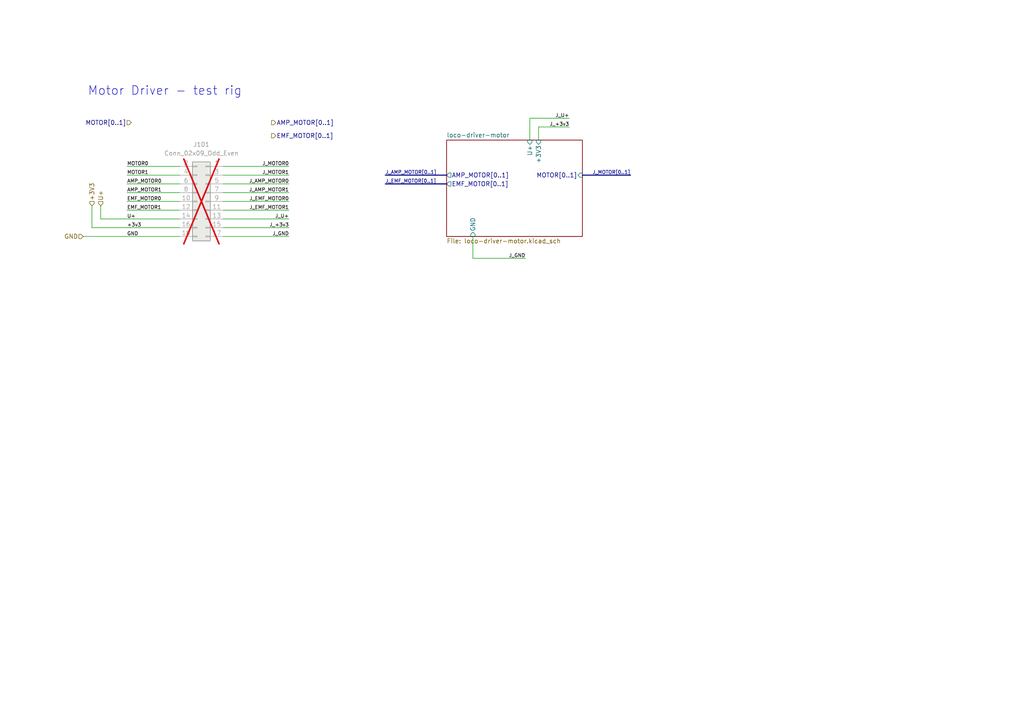
<source format=kicad_sch>
(kicad_sch (version 20231120) (generator "eeschema") (generator_version "8.0")
  (paper "A4")
  (title_block (title "xDuinoRail - LocDecoder - Development Kit") (date "2024-10-09") (rev "v0.2") (company "Chatelain Engineering, Bern - CH"))
  (lib_symbols
    (symbol "Connector_Generic:Conn_02x09_Odd_Even" (pin_names (offset 1.016) hide)
      (property "Reference" "J" (at 1.27 12.7 0))
      (property "Value" "Conn_02x09_Odd_Even" (at 1.27 -12.7 0))
      (symbol "Conn_02x09_Odd_Even_1_1"
        (rectangle (start -1.27 -10.033) (end 0 -10.287) (stroke (width 0.1524)))
        (rectangle (start -1.27 -7.493) (end 0 -7.747) (stroke (width 0.1524)))
        (rectangle (start -1.27 -4.953) (end 0 -5.207) (stroke (width 0.1524)))
        (rectangle (start -1.27 -2.413) (end 0 -2.667) (stroke (width 0.1524)))
        (rectangle (start -1.27 0.127) (end 0 -0.127) (stroke (width 0.1524)))
        (rectangle (start -1.27 2.667) (end 0 2.413) (stroke (width 0.1524)))
        (rectangle (start -1.27 5.207) (end 0 4.953) (stroke (width 0.1524)))
        (rectangle (start -1.27 7.747) (end 0 7.493) (stroke (width 0.1524)))
        (rectangle (start -1.27 10.287) (end 0 10.033) (stroke (width 0.1524)))
        (rectangle (start -1.27 11.43) (end 3.81 -11.43) (stroke (width 0.254)) (fill (type background)))
        (rectangle (start 3.81 -10.033) (end 2.54 -10.287) (stroke (width 0.1524)))
        (rectangle (start 3.81 -7.493) (end 2.54 -7.747) (stroke (width 0.1524)))
        (rectangle (start 3.81 -4.953) (end 2.54 -5.207) (stroke (width 0.1524)))
        (rectangle (start 3.81 -2.413) (end 2.54 -2.667) (stroke (width 0.1524)))
        (rectangle (start 3.81 0.127) (end 2.54 -0.127) (stroke (width 0.1524)))
        (rectangle (start 3.81 2.667) (end 2.54 2.413) (stroke (width 0.1524)))
        (rectangle (start 3.81 5.207) (end 2.54 4.953) (stroke (width 0.1524)))
        (rectangle (start 3.81 7.747) (end 2.54 7.493) (stroke (width 0.1524)))
        (rectangle (start 3.81 10.287) (end 2.54 10.033) (stroke (width 0.1524)))
        (pin passive line (at -5.08 10.16 0) (length 3.81) (name "Pin_1") (number "1"))
        (pin passive line (at 7.62 0 180) (length 3.81) (name "Pin_10") (number "10"))
        (pin passive line (at -5.08 -2.54 0) (length 3.81) (name "Pin_11") (number "11"))
        (pin passive line (at 7.62 -2.54 180) (length 3.81) (name "Pin_12") (number "12"))
        (pin passive line (at -5.08 -5.08 0) (length 3.81) (name "Pin_13") (number "13"))
        (pin passive line (at 7.62 -5.08 180) (length 3.81) (name "Pin_14") (number "14"))
        (pin passive line (at -5.08 -7.62 0) (length 3.81) (name "Pin_15") (number "15"))
        (pin passive line (at 7.62 -7.62 180) (length 3.81) (name "Pin_16") (number "16"))
        (pin passive line (at -5.08 -10.16 0) (length 3.81) (name "Pin_17") (number "17"))
        (pin passive line (at 7.62 -10.16 180) (length 3.81) (name "Pin_18") (number "18"))
        (pin passive line (at 7.62 10.16 180) (length 3.81) (name "Pin_2") (number "2"))
        (pin passive line (at -5.08 7.62 0) (length 3.81) (name "Pin_3") (number "3"))
        (pin passive line (at 7.62 7.62 180) (length 3.81) (name "Pin_4") (number "4"))
        (pin passive line (at -5.08 5.08 0) (length 3.81) (name "Pin_5") (number "5"))
        (pin passive line (at 7.62 5.08 180) (length 3.81) (name "Pin_6") (number "6"))
        (pin passive line (at -5.08 2.54 0) (length 3.81) (name "Pin_7") (number "7"))
        (pin passive line (at 7.62 2.54 180) (length 3.81) (name "Pin_8") (number "8"))
        (pin passive line (at -5.08 0 0) (length 3.81) (name "Pin_9") (number "9"))
      )
    )
  )
  (wire (pts (xy 64.77 66.04) (xy 83.82 66.04)))
  (wire (pts (xy 64.77 60.96) (xy 83.82 60.96)))
  (wire (pts (xy 64.77 50.8) (xy 83.82 50.8)))
  (wire (pts (xy 64.77 68.58) (xy 83.82 68.58)))
  (bus (pts (xy 111.76 53.34) (xy 129.54 53.34)))
  (bus (pts (xy 168.91 50.8) (xy 182.88 50.8)))
  (bus (pts (xy 111.76 50.8) (xy 129.54 50.8)))
  (wire (pts (xy 137.16 68.58) (xy 137.16 74.93)))
  (wire (pts (xy 64.77 58.42) (xy 83.82 58.42)))
  (wire (pts (xy 153.67 40.64) (xy 153.67 34.29)))
  (wire (pts (xy 36.83 58.42) (xy 52.07 58.42)))
  (wire (pts (xy 24.13 68.58) (xy 52.07 68.58)))
  (wire (pts (xy 36.83 55.88) (xy 52.07 55.88)))
  (wire (pts (xy 26.67 66.04) (xy 52.07 66.04)))
  (wire (pts (xy 36.83 50.8) (xy 52.07 50.8)))
  (wire (pts (xy 137.16 74.93) (xy 152.4 74.93)))
  (wire (pts (xy 29.21 59.69) (xy 29.21 63.5)))
  (wire (pts (xy 156.21 36.83) (xy 165.1 36.83)))
  (wire (pts (xy 36.83 48.26) (xy 52.07 48.26)))
  (wire (pts (xy 153.67 34.29) (xy 165.1 34.29)))
  (wire (pts (xy 26.67 59.69) (xy 26.67 66.04)))
  (wire (pts (xy 64.77 55.88) (xy 83.82 55.88)))
  (wire (pts (xy 36.83 53.34) (xy 52.07 53.34)))
  (wire (pts (xy 29.21 63.5) (xy 52.07 63.5)))
  (wire (pts (xy 64.77 48.26) (xy 83.82 48.26)))
  (wire (pts (xy 64.77 63.5) (xy 83.82 63.5)))
  (wire (pts (xy 156.21 36.83) (xy 156.21 40.64)))
  (wire (pts (xy 36.83 60.96) (xy 52.07 60.96)))
  (wire (pts (xy 64.77 53.34) (xy 83.82 53.34)))
  (text "Motor Driver - test rig\n" (at 25.4 27.94 0) (effects (font (size 2.54 2.54)) (justify left bottom)))
  (label "J_AMP_MOTOR0" (at 83.82 53.34 180) (effects (font (size 1.016 1.016))))
  (label "J_GND" (at 83.82 68.58 180) (effects (font (size 1.016 1.016))))
  (label "J_EMF_MOTOR0" (at 83.82 58.42 180) (effects (font (size 1.016 1.016))))
  (label "AMP_MOTOR0" (at 36.83 53.34 0) (effects (font (size 1.016 1.016))))
  (label "J_EMF_MOTOR[0..1]" (at 111.76 53.34 0) (effects (font (size 1.016 1.016))))
  (label "J_U+" (at 165.1 34.29 180) (effects (font (size 1.016 1.016))))
  (label "MOTOR0" (at 36.83 48.26 0) (effects (font (size 1.016 1.016))))
  (label "J_U+" (at 83.82 63.5 180) (effects (font (size 1.016 1.016))))
  (label "J_MOTOR0" (at 83.82 48.26 180) (effects (font (size 1.016 1.016))))
  (label "J_+3v3" (at 83.82 66.04 180) (effects (font (size 1.016 1.016))))
  (label "J_EMF_MOTOR1" (at 83.82 60.96 180) (effects (font (size 1.016 1.016))))
  (label "AMP_MOTOR1" (at 36.83 55.88 0) (effects (font (size 1.016 1.016))))
  (label "EMF_MOTOR0" (at 36.83 58.42 0) (effects (font (size 1.016 1.016))))
  (label "J_AMP_MOTOR1" (at 83.82 55.88 180) (effects (font (size 1.016 1.016))))
  (label "U+" (at 36.83 63.5 0) (effects (font (size 1.016 1.016))))
  (label "GND" (at 36.83 68.58 0) (effects (font (size 1.016 1.016))))
  (label "J_MOTOR1" (at 83.82 50.8 180) (effects (font (size 1.016 1.016))))
  (label "J_MOTOR[0..1]" (at 182.88 50.8 180) (effects (font (size 1.016 1.016))))
  (label "J_AMP_MOTOR[0..1]" (at 111.76 50.8 0) (effects (font (size 1.016 1.016))))
  (label "MOTOR1" (at 36.83 50.8 0) (effects (font (size 1.016 1.016))))
  (label "J_GND" (at 152.4 74.93 180) (effects (font (size 1.016 1.016))))
  (label "+3v3" (at 36.83 66.04 0) (effects (font (size 1.016 1.016))))
  (label "J_+3v3" (at 165.1 36.83 180) (effects (font (size 1.016 1.016))))
  (label "EMF_MOTOR1" (at 36.83 60.96 0) (effects (font (size 1.016 1.016))))
  (hierarchical_label "AMP_MOTOR[0..1]" (shape output) (at 78.74 35.56 0))
  (hierarchical_label "+3V3" (shape input) (at 26.67 59.69 90))
  (hierarchical_label "U+" (shape input) (at 29.21 59.69 90))
  (hierarchical_label "GND" (shape input) (at 24.13 68.58 180))
  (hierarchical_label "EMF_MOTOR[0..1]" (shape output) (at 78.74 39.37 0))
  (hierarchical_label "MOTOR[0..1]" (shape input) (at 38.1 35.56 180))
  (symbol (lib_id "Connector_Generic:Conn_02x09_Odd_Even") (at 59.69 58.42 0) (mirror y) (unit 1) (exclude_from_sim yes) (in_bom no) (dnp yes)
    (property "Reference" "J101" (at 58.42 41.91 0))
    (property "Value" "Conn_02x09_Odd_Even" (at 58.42 44.45 0))
    (property "Footprint" "Connector_PinSocket_2.54mm:PinSocket_2x09_P2.54mm_Vertical" (effects (hide yes)))
    (property "Description" "Generic connector, double row, 02x09, odd/even pin numbering scheme (row 1 odd numbers, row 2 even numbers), script generated (kicad-library-utils/schlib/autogen/connector/)" (effects (hide yes)))
  )
  (sheet (at 129.54 40.64) (size 39.37 27.94) (stroke (width 0.1524))
    (property "Sheetname" "loco-driver-motor" (at 129.54 39.9284 0) (effects (justify left bottom)))
    (property "Sheetfile" "loco-driver-motor.kicad_sch" (at 129.54 69.1646 0) (effects (justify left top)))
    (pin "+3V3" input (at 156.21 40.64 90))
    (pin "U+" input (at 153.67 40.64 90))
    (pin "AMP_MOTOR[0..1]" output (at 129.54 50.8 180))
    (pin "GND" input (at 137.16 68.58 270))
    (pin "EMF_MOTOR[0..1]" output (at 129.54 53.34 180))
    (pin "MOTOR[0..1]" input (at 168.91 50.8 0))
  )
)
</source>
